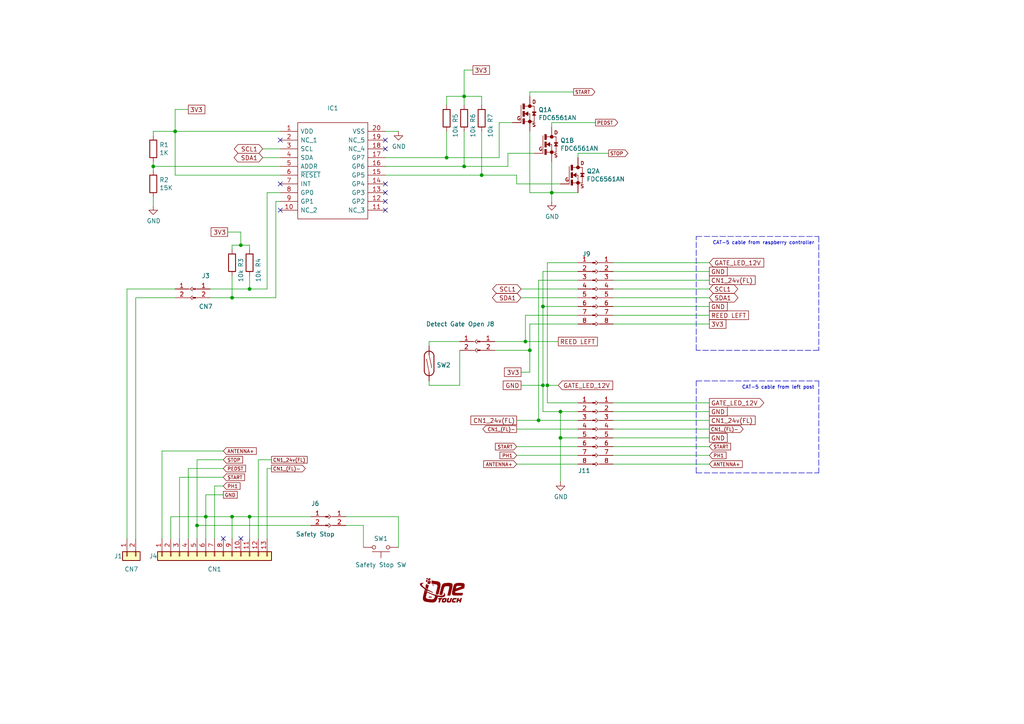
<source format=kicad_sch>
(kicad_sch (version 20211123) (generator eeschema)
  (paper "A4")
  (title_block (rev "2022.1.2") (company "Donie Kelly"))
  (lib_symbols
    (symbol "Connector:Conn_01x02_Female" (pin_names (offset 1.016) hide)
      (property "Reference" "J" (at 0 2.54 0))
      (property "Value" "Conn_01x02_Female" (at 0 -5.08 0))
      (symbol "Conn_01x02_Female_1_1"
        (pin passive line (at -5.08 0 0) (length 3.81) (name "Pin_1") (number "1"))
        (pin passive line (at -5.08 -2.54 0) (length 3.81) (name "Pin_2") (number "2"))
      )
    )
    (symbol "Connector:Conn_01x02_Male" (pin_names (offset 1.016) hide)
      (property "Reference" "J" (at 0 2.54 0))
      (property "Value" "Conn_01x02_Male" (at 0 -5.08 0))
      (symbol "Conn_01x02_Male_1_1"
        (pin passive line (at 5.08 0 180) (length 3.81) (name "Pin_1") (number "1"))
        (pin passive line (at 5.08 -2.54 180) (length 3.81) (name "Pin_2") (number "2"))
      )
    )
    (symbol "Connector:Conn_01x08_Female" (pin_names (offset 1.016) hide)
      (property "Reference" "J" (at 0 10.16 0))
      (property "Value" "Conn_01x08_Female" (at 0 -12.7 0))
      (symbol "Conn_01x08_Female_1_1"
        (pin passive line (at -5.08 7.62 0) (length 3.81) (name "Pin_1") (number "1"))
        (pin passive line (at -5.08 5.08 0) (length 3.81) (name "Pin_2") (number "2"))
        (pin passive line (at -5.08 2.54 0) (length 3.81) (name "Pin_3") (number "3"))
        (pin passive line (at -5.08 0 0) (length 3.81) (name "Pin_4") (number "4"))
        (pin passive line (at -5.08 -2.54 0) (length 3.81) (name "Pin_5") (number "5"))
        (pin passive line (at -5.08 -5.08 0) (length 3.81) (name "Pin_6") (number "6"))
        (pin passive line (at -5.08 -7.62 0) (length 3.81) (name "Pin_7") (number "7"))
        (pin passive line (at -5.08 -10.16 0) (length 3.81) (name "Pin_8") (number "8"))
      )
    )
    (symbol "Connector:Conn_01x08_Male" (pin_names (offset 1.016) hide)
      (property "Reference" "J" (at 0 10.16 0))
      (property "Value" "Conn_01x08_Male" (at 0 -12.7 0))
      (symbol "Conn_01x08_Male_1_1"
        (pin passive line (at 5.08 7.62 180) (length 3.81) (name "Pin_1") (number "1"))
        (pin passive line (at 5.08 5.08 180) (length 3.81) (name "Pin_2") (number "2"))
        (pin passive line (at 5.08 2.54 180) (length 3.81) (name "Pin_3") (number "3"))
        (pin passive line (at 5.08 0 180) (length 3.81) (name "Pin_4") (number "4"))
        (pin passive line (at 5.08 -2.54 180) (length 3.81) (name "Pin_5") (number "5"))
        (pin passive line (at 5.08 -5.08 180) (length 3.81) (name "Pin_6") (number "6"))
        (pin passive line (at 5.08 -7.62 180) (length 3.81) (name "Pin_7") (number "7"))
        (pin passive line (at 5.08 -10.16 180) (length 3.81) (name "Pin_8") (number "8"))
      )
    )
    (symbol "Connector_Generic:Conn_01x02" (pin_names (offset 1.016) hide)
      (property "Reference" "J" (at 0 2.54 0))
      (property "Value" "Conn_01x02" (at 0 -5.08 0))
      (symbol "Conn_01x02_1_1"
        (pin passive line (at -5.08 0 0) (length 3.81) (name "Pin_1") (number "1"))
        (pin passive line (at -5.08 -2.54 0) (length 3.81) (name "Pin_2") (number "2"))
      )
    )
    (symbol "Connector_Generic:Conn_01x13" (pin_names (offset 1.016) hide)
      (property "Reference" "J" (at 0 17.78 0))
      (property "Value" "Conn_01x13" (at 0 -17.78 0))
      (symbol "Conn_01x13_1_1"
        (pin passive line (at -5.08 15.24 0) (length 3.81) (name "Pin_1") (number "1"))
        (pin passive line (at -5.08 -7.62 0) (length 3.81) (name "Pin_10") (number "10"))
        (pin passive line (at -5.08 -10.16 0) (length 3.81) (name "Pin_11") (number "11"))
        (pin passive line (at -5.08 -12.7 0) (length 3.81) (name "Pin_12") (number "12"))
        (pin passive line (at -5.08 -15.24 0) (length 3.81) (name "Pin_13") (number "13"))
        (pin passive line (at -5.08 12.7 0) (length 3.81) (name "Pin_2") (number "2"))
        (pin passive line (at -5.08 10.16 0) (length 3.81) (name "Pin_3") (number "3"))
        (pin passive line (at -5.08 7.62 0) (length 3.81) (name "Pin_4") (number "4"))
        (pin passive line (at -5.08 5.08 0) (length 3.81) (name "Pin_5") (number "5"))
        (pin passive line (at -5.08 2.54 0) (length 3.81) (name "Pin_6") (number "6"))
        (pin passive line (at -5.08 0 0) (length 3.81) (name "Pin_7") (number "7"))
        (pin passive line (at -5.08 -2.54 0) (length 3.81) (name "Pin_8") (number "8"))
        (pin passive line (at -5.08 -5.08 0) (length 3.81) (name "Pin_9") (number "9"))
      )
    )
    (symbol "Device:R" (pin_numbers hide) (pin_names (offset 0))
      (property "Reference" "R" (at 2.032 0 90))
      (property "Value" "R" (at 0 0 90))
      (symbol "R_1_1"
        (pin passive line (at 0 3.81 270) (length 1.27) (name "~") (number "1"))
        (pin passive line (at 0 -3.81 90) (length 1.27) (name "~") (number "2"))
      )
    )
    (symbol "FDC6561AN:FDC6561AN" (pin_numbers hide) (pin_names (offset 1.016) hide)
      (property "Reference" "Q" (at 2.54 0 0))
      (property "Value" "FDC6561AN_FDC6561AN" (at 2.54 -2.54 0))
      (symbol "FDC6561AN_0_0"
        (text "D" (at 0.635 2.8702 0) (effects (font (size 1.016 1.016)) (justify left bottom)))
        (text "D" (at 0.635 2.8702 0) (effects (font (size 1.016 1.016)) (justify left bottom)))
        (text "G" (at -3.81 -1.905 0) (effects (font (size 1.016 1.016)) (justify left bottom)))
        (text "G" (at -3.81 -1.905 0) (effects (font (size 1.016 1.016)) (justify left bottom)))
        (text "S" (at 0.635 -3.81 0) (effects (font (size 1.016 1.016)) (justify left bottom)))
        (text "S" (at 0.635 -3.81 0) (effects (font (size 1.016 1.016)) (justify left bottom)))
      )
      (symbol "FDC6561AN_1_0"
        (pin passive line (at -5.08 -2.54 0) (length 2.54) (name "~") (number "1"))
        (pin passive line (at 0 -5.08 90) (length 2.54) (name "~") (number "5"))
        (pin passive line (at 0 5.08 270) (length 2.54) (name "~") (number "6"))
      )
      (symbol "FDC6561AN_2_0"
        (pin passive line (at 0 -5.08 90) (length 2.54) (name "~") (number "2"))
        (pin passive line (at -5.08 -2.54 0) (length 2.54) (name "~") (number "3"))
        (pin passive line (at 0 5.08 270) (length 2.54) (name "~") (number "4"))
      )
    )
    (symbol "MCP23009-E_SS:MCP23009-E_SS" (pin_names (offset 0.762))
      (property "Reference" "IC" (at 26.67 7.62 0))
      (property "Value" "MCP23009-E_SS_MCP23009-E_SS" (at 26.67 5.08 0))
      (symbol "MCP23009-E_SS_0_0"
        (pin passive line (at 0 0 0) (length 5.08) (name "VDD") (number "1"))
        (pin passive line (at 0 -22.86 0) (length 5.08) (name "NC_2") (number "10"))
        (pin passive line (at 30.48 -22.86 180) (length 5.08) (name "NC_3") (number "11"))
        (pin passive line (at 30.48 -20.32 180) (length 5.08) (name "GP2") (number "12"))
        (pin passive line (at 30.48 -17.78 180) (length 5.08) (name "GP3") (number "13"))
        (pin passive line (at 30.48 -15.24 180) (length 5.08) (name "GP4") (number "14"))
        (pin passive line (at 30.48 -12.7 180) (length 5.08) (name "GP5") (number "15"))
        (pin passive line (at 30.48 -10.16 180) (length 5.08) (name "GP6") (number "16"))
        (pin passive line (at 30.48 -7.62 180) (length 5.08) (name "GP7") (number "17"))
        (pin passive line (at 30.48 -5.08 180) (length 5.08) (name "NC_4") (number "18"))
        (pin passive line (at 30.48 -2.54 180) (length 5.08) (name "NC_5") (number "19"))
        (pin passive line (at 0 -2.54 0) (length 5.08) (name "NC_1") (number "2"))
        (pin passive line (at 30.48 0 180) (length 5.08) (name "VSS") (number "20"))
        (pin passive line (at 0 -5.08 0) (length 5.08) (name "SCL") (number "3"))
        (pin passive line (at 0 -7.62 0) (length 5.08) (name "SDA") (number "4"))
        (pin passive line (at 0 -10.16 0) (length 5.08) (name "ADDR") (number "5"))
        (pin passive line (at 0 -12.7 0) (length 5.08) (name "~{RESET}") (number "6"))
        (pin passive line (at 0 -15.24 0) (length 5.08) (name "INT") (number "7"))
        (pin passive line (at 0 -17.78 0) (length 5.08) (name "GP0") (number "8"))
        (pin passive line (at 0 -20.32 0) (length 5.08) (name "GP1") (number "9"))
      )
    )
    (symbol "Switch:SW_Push" (pin_numbers hide) (pin_names (offset 1.016) hide)
      (property "Reference" "SW" (at 1.27 2.54 0))
      (property "Value" "SW_Push" (at 0 -1.524 0))
      (symbol "SW_Push_0_1"
        (pin passive line (at -5.08 0 0) (length 2.54) (name "1") (number "1"))
        (pin passive line (at 5.08 0 180) (length 2.54) (name "2") (number "2"))
      )
    )
    (symbol "Switch:SW_Reed" (pin_numbers hide) (pin_names (offset 0) hide)
      (property "Reference" "SW" (at 0 2.54 0))
      (property "Value" "SW_Reed" (at 0 -2.54 0))
      (symbol "SW_Reed_1_1"
        (pin passive line (at -5.08 0 0) (length 2.54) (name "1") (number "1"))
        (pin passive line (at 5.08 0 180) (length 2.54) (name "2") (number "2"))
      )
    )
    (symbol "onetouchlogo:LOGO" (pin_names (offset 1.016)))
    (symbol "power:GND" (power) (pin_names (offset 0))
      (property "Value" "GND" (at 0 -3.81 0))
      (symbol "GND_1_1"
        (pin power_in line (at 0 0 270) (length 0) hide (name "GND") (number "1"))
      )
    )
  )
  (junction (at 50.8 38.1))
  (junction (at 139.7 50.8))
  (junction (at 162.56 119.38))
  (junction (at 158.75 111.76))
  (junction (at 134.62 48.26))
  (junction (at 69.85 71.12))
  (junction (at 160.02 55.88))
  (junction (at 153.67 101.6))
  (junction (at 129.54 45.72))
  (junction (at 134.62 27.94))
  (junction (at 152.4 99.06))
  (junction (at 57.15 152.4))
  (junction (at 59.69 149.86))
  (junction (at 72.39 149.86))
  (junction (at 67.31 86.36))
  (junction (at 72.39 83.82))
  (junction (at 67.31 149.86))
  (junction (at 162.56 127))
  (junction (at 44.45 48.26))
  (junction (at 157.48 111.76))
  (junction (at 157.48 88.9))
  (junction (at 156.21 121.92))
  (no_connect (at 111.76 40.64))
  (no_connect (at 111.76 55.88))
  (no_connect (at 81.28 60.96))
  (no_connect (at 81.28 40.64))
  (no_connect (at 111.76 43.18))
  (no_connect (at 64.77 156.21))
  (no_connect (at 69.85 156.21))
  (no_connect (at 111.76 58.42))
  (no_connect (at 111.76 60.96))
  (no_connect (at 81.28 53.34))
  (no_connect (at 111.76 53.34))
  (wire (pts (xy 105.41 158.75) (xy 105.41 152.4)))
  (wire (pts (xy 177.8 127) (xy 205.74 127)))
  (wire (pts (xy 177.8 88.9) (xy 205.74 88.9)))
  (wire (pts (xy 44.45 48.26) (xy 81.28 48.26)))
  (wire (pts (xy 167.64 116.84) (xy 158.75 116.84)))
  (wire (pts (xy 49.53 156.21) (xy 49.53 149.86)))
  (wire (pts (xy 177.8 83.82) (xy 205.74 83.82)))
  (wire (pts (xy 69.85 71.12) (xy 72.39 71.12)))
  (wire (pts (xy 59.69 149.86) (xy 67.31 149.86)))
  (wire (pts (xy 167.64 55.88) (xy 160.02 55.88)))
  (wire (pts (xy 157.48 111.76) (xy 157.48 88.9)))
  (wire (pts (xy 157.48 88.9) (xy 167.64 88.9)))
  (wire (pts (xy 160.02 36.83) (xy 160.02 35.56)))
  (wire (pts (xy 158.75 76.2) (xy 167.64 76.2)))
  (wire (pts (xy 167.64 127) (xy 162.56 127)))
  (wire (pts (xy 111.76 50.8) (xy 139.7 50.8)))
  (wire (pts (xy 50.8 38.1) (xy 50.8 31.75)))
  (wire (pts (xy 162.56 127) (xy 162.56 119.38)))
  (wire (pts (xy 149.86 129.54) (xy 167.64 129.54)))
  (wire (pts (xy 129.54 45.72) (xy 129.54 38.1)))
  (wire (pts (xy 64.77 133.35) (xy 57.15 133.35)))
  (wire (pts (xy 152.4 99.06) (xy 152.4 91.44)))
  (wire (pts (xy 77.47 55.88) (xy 81.28 55.88)))
  (wire (pts (xy 134.62 48.26) (xy 147.32 48.26)))
  (wire (pts (xy 72.39 83.82) (xy 77.47 83.82)))
  (wire (pts (xy 160.02 46.99) (xy 160.02 55.88)))
  (wire (pts (xy 57.15 152.4) (xy 57.15 156.21)))
  (wire (pts (xy 57.15 133.35) (xy 57.15 152.4)))
  (wire (pts (xy 52.07 138.43) (xy 52.07 156.21)))
  (wire (pts (xy 67.31 80.01) (xy 67.31 86.36)))
  (wire (pts (xy 62.23 140.97) (xy 64.77 140.97)))
  (wire (pts (xy 144.78 35.56) (xy 148.59 35.56)))
  (wire (pts (xy 100.33 149.86) (xy 115.57 149.86)))
  (wire (pts (xy 177.8 91.44) (xy 205.74 91.44)))
  (wire (pts (xy 139.7 50.8) (xy 149.86 50.8)))
  (wire (pts (xy 156.21 121.92) (xy 156.21 81.28)))
  (wire (pts (xy 162.56 119.38) (xy 157.48 119.38)))
  (wire (pts (xy 67.31 71.12) (xy 69.85 71.12)))
  (wire (pts (xy 59.69 143.51) (xy 59.69 149.86)))
  (wire (pts (xy 129.54 27.94) (xy 134.62 27.94)))
  (wire (pts (xy 36.83 83.82) (xy 50.8 83.82)))
  (wire (pts (xy 60.96 83.82) (xy 72.39 83.82)))
  (wire (pts (xy 157.48 119.38) (xy 157.48 111.76)))
  (wire (pts (xy 76.2 45.72) (xy 81.28 45.72)))
  (wire (pts (xy 39.37 86.36) (xy 39.37 156.21)))
  (wire (pts (xy 177.8 132.08) (xy 205.74 132.08)))
  (wire (pts (xy 44.45 38.1) (xy 50.8 38.1)))
  (wire (pts (xy 67.31 149.86) (xy 67.31 156.21)))
  (wire (pts (xy 177.8 119.38) (xy 205.74 119.38)))
  (wire (pts (xy 158.75 111.76) (xy 158.75 76.2)))
  (wire (pts (xy 153.67 27.94) (xy 153.67 26.67)))
  (wire (pts (xy 153.67 26.67) (xy 166.37 26.67)))
  (wire (pts (xy 44.45 49.53) (xy 44.45 48.26)))
  (wire (pts (xy 49.53 149.86) (xy 59.69 149.86)))
  (polyline (pts (xy 237.49 110.49) (xy 237.49 137.16)))
  (wire (pts (xy 134.62 27.94) (xy 134.62 30.48)))
  (wire (pts (xy 76.2 43.18) (xy 81.28 43.18)))
  (wire (pts (xy 167.64 121.92) (xy 156.21 121.92)))
  (wire (pts (xy 158.75 111.76) (xy 161.925 111.76)))
  (polyline (pts (xy 201.93 137.16) (xy 237.49 137.16)))
  (wire (pts (xy 152.4 99.06) (xy 161.925 99.06)))
  (wire (pts (xy 177.8 86.36) (xy 205.74 86.36)))
  (wire (pts (xy 36.83 156.21) (xy 36.83 83.82)))
  (wire (pts (xy 147.32 48.26) (xy 147.32 44.45)))
  (wire (pts (xy 54.61 31.75) (xy 50.8 31.75)))
  (wire (pts (xy 74.93 156.21) (xy 74.93 133.35)))
  (wire (pts (xy 151.13 107.95) (xy 153.67 107.95)))
  (wire (pts (xy 167.64 119.38) (xy 162.56 119.38)))
  (wire (pts (xy 151.13 111.76) (xy 157.48 111.76)))
  (wire (pts (xy 151.13 83.82) (xy 167.64 83.82)))
  (wire (pts (xy 157.48 88.9) (xy 157.48 78.74)))
  (polyline (pts (xy 237.49 101.6) (xy 201.93 101.6)))
  (wire (pts (xy 67.31 86.36) (xy 80.01 86.36)))
  (wire (pts (xy 81.28 58.42) (xy 80.01 58.42)))
  (wire (pts (xy 177.8 81.28) (xy 205.74 81.28)))
  (wire (pts (xy 153.67 38.1) (xy 153.67 55.88)))
  (wire (pts (xy 72.39 149.86) (xy 90.17 149.86)))
  (wire (pts (xy 143.51 99.06) (xy 152.4 99.06)))
  (wire (pts (xy 46.99 130.81) (xy 46.99 156.21)))
  (wire (pts (xy 67.31 149.86) (xy 72.39 149.86)))
  (wire (pts (xy 177.8 124.46) (xy 205.74 124.46)))
  (wire (pts (xy 139.7 27.94) (xy 139.7 30.48)))
  (polyline (pts (xy 201.93 137.16) (xy 201.93 110.49)))
  (wire (pts (xy 160.02 35.56) (xy 172.72 35.56)))
  (wire (pts (xy 124.46 99.06) (xy 133.35 99.06)))
  (wire (pts (xy 124.46 100.33) (xy 124.46 99.06)))
  (wire (pts (xy 64.77 138.43) (xy 52.07 138.43)))
  (wire (pts (xy 44.45 48.26) (xy 44.45 46.99)))
  (wire (pts (xy 143.51 101.6) (xy 153.67 101.6)))
  (wire (pts (xy 111.76 48.26) (xy 134.62 48.26)))
  (wire (pts (xy 124.46 111.76) (xy 133.35 111.76)))
  (wire (pts (xy 177.8 116.84) (xy 205.74 116.84)))
  (wire (pts (xy 62.23 156.21) (xy 62.23 140.97)))
  (wire (pts (xy 149.86 124.46) (xy 167.64 124.46)))
  (wire (pts (xy 50.8 50.8) (xy 50.8 38.1)))
  (wire (pts (xy 177.8 93.98) (xy 205.74 93.98)))
  (wire (pts (xy 64.77 143.51) (xy 59.69 143.51)))
  (wire (pts (xy 177.8 134.62) (xy 205.74 134.62)))
  (polyline (pts (xy 201.93 110.49) (xy 237.49 110.49)))
  (polyline (pts (xy 237.49 68.58) (xy 237.49 101.6)))
  (wire (pts (xy 74.93 133.35) (xy 78.74 133.35)))
  (wire (pts (xy 129.54 27.94) (xy 129.54 30.48)))
  (wire (pts (xy 134.62 20.32) (xy 137.16 20.32)))
  (wire (pts (xy 167.64 44.45) (xy 176.53 44.45)))
  (wire (pts (xy 177.8 121.92) (xy 205.74 121.92)))
  (wire (pts (xy 177.8 76.2) (xy 205.74 76.2)))
  (wire (pts (xy 115.57 149.86) (xy 115.57 158.75)))
  (wire (pts (xy 177.8 78.74) (xy 205.74 78.74)))
  (polyline (pts (xy 201.93 68.58) (xy 237.49 68.58)))
  (wire (pts (xy 72.39 72.39) (xy 72.39 71.12)))
  (wire (pts (xy 111.76 38.1) (xy 115.57 38.1)))
  (wire (pts (xy 167.64 45.72) (xy 167.64 44.45)))
  (wire (pts (xy 151.13 86.36) (xy 167.64 86.36)))
  (wire (pts (xy 77.47 83.82) (xy 77.47 55.88)))
  (wire (pts (xy 156.21 81.28) (xy 167.64 81.28)))
  (polyline (pts (xy 201.93 101.6) (xy 201.93 68.58)))
  (wire (pts (xy 149.86 50.8) (xy 149.86 53.34)))
  (wire (pts (xy 124.46 110.49) (xy 124.46 111.76)))
  (wire (pts (xy 134.62 27.94) (xy 139.7 27.94)))
  (wire (pts (xy 160.02 55.88) (xy 153.67 55.88)))
  (wire (pts (xy 160.02 58.42) (xy 160.02 55.88)))
  (wire (pts (xy 44.45 59.69) (xy 44.45 57.15)))
  (wire (pts (xy 134.62 27.94) (xy 134.62 20.32)))
  (wire (pts (xy 177.8 129.54) (xy 205.74 129.54)))
  (wire (pts (xy 64.77 135.89) (xy 54.61 135.89)))
  (wire (pts (xy 129.54 45.72) (xy 144.78 45.72)))
  (wire (pts (xy 134.62 48.26) (xy 134.62 38.1)))
  (wire (pts (xy 152.4 91.44) (xy 167.64 91.44)))
  (wire (pts (xy 67.31 72.39) (xy 67.31 71.12)))
  (wire (pts (xy 149.86 53.34) (xy 162.56 53.34)))
  (wire (pts (xy 50.8 38.1) (xy 81.28 38.1)))
  (wire (pts (xy 144.78 35.56) (xy 144.78 45.72)))
  (wire (pts (xy 57.15 152.4) (xy 90.17 152.4)))
  (wire (pts (xy 50.8 50.8) (xy 81.28 50.8)))
  (wire (pts (xy 149.86 132.08) (xy 167.64 132.08)))
  (wire (pts (xy 133.35 101.6) (xy 133.35 111.76)))
  (wire (pts (xy 153.67 101.6) (xy 153.67 93.98)))
  (wire (pts (xy 162.56 127) (xy 162.56 139.7)))
  (wire (pts (xy 66.04 67.31) (xy 69.85 67.31)))
  (wire (pts (xy 153.67 93.98) (xy 167.64 93.98)))
  (wire (pts (xy 59.69 149.86) (xy 59.69 156.21)))
  (wire (pts (xy 69.85 67.31) (xy 69.85 71.12)))
  (wire (pts (xy 72.39 80.01) (xy 72.39 83.82)))
  (wire (pts (xy 111.76 45.72) (xy 129.54 45.72)))
  (wire (pts (xy 72.39 149.86) (xy 72.39 156.21)))
  (wire (pts (xy 54.61 135.89) (xy 54.61 156.21)))
  (wire (pts (xy 64.77 130.81) (xy 46.99 130.81)))
  (wire (pts (xy 147.32 44.45) (xy 154.94 44.45)))
  (wire (pts (xy 158.75 116.84) (xy 158.75 111.76)))
  (wire (pts (xy 77.47 135.89) (xy 78.74 135.89)))
  (wire (pts (xy 157.48 78.74) (xy 167.64 78.74)))
  (wire (pts (xy 80.01 58.42) (xy 80.01 86.36)))
  (wire (pts (xy 44.45 39.37) (xy 44.45 38.1)))
  (wire (pts (xy 149.86 134.62) (xy 167.64 134.62)))
  (wire (pts (xy 60.96 86.36) (xy 67.31 86.36)))
  (wire (pts (xy 39.37 86.36) (xy 50.8 86.36)))
  (wire (pts (xy 149.86 121.92) (xy 156.21 121.92)))
  (wire (pts (xy 105.41 152.4) (xy 100.33 152.4)))
  (wire (pts (xy 153.67 101.6) (xy 153.67 107.95)))
  (wire (pts (xy 139.7 38.1) (xy 139.7 50.8)))
  (wire (pts (xy 77.47 156.21) (xy 77.47 135.89)))
  (text "CAT-5 cable from raspberry controller" (at 236.22 71.12 180) (effects (font (size 0.9906 0.9906)) (justify right bottom)))
  (text "CAT-5 cable from left post" (at 236.22 113.03 180) (effects (font (size 0.9906 0.9906)) (justify right bottom)))
  (global_label "SCL1" (shape bidirectional) (at 205.74 83.82 0) (property "Intersheet References" "${INTERSHEET_REFS}" (effects hide)))
  (global_label "PEDST" (shape input) (at 64.77 135.89 0) (effects (font (size 0.9906 0.9906))) (property "Intersheet References" "${INTERSHEET_REFS}" (effects hide)))
  (global_label "PH1" (shape input) (at 149.86 132.08 180) (effects (font (size 0.9906 0.9906))) (property "Intersheet References" "${INTERSHEET_REFS}" (effects hide)))
  (global_label "SDA1" (shape bidirectional) (at 205.74 86.36 0) (property "Intersheet References" "${INTERSHEET_REFS}" (effects hide)))
  (global_label "GATE_LED_12V" (shape input) (at 161.925 111.76 0) (property "Intersheet References" "${INTERSHEET_REFS}" (effects hide)))
  (global_label "3V3" (shape passive) (at 205.74 93.98 0) (property "Intersheet References" "${INTERSHEET_REFS}" (effects hide)))
  (global_label "3V3" (shape passive) (at 151.13 107.95 180) (property "Intersheet References" "${INTERSHEET_REFS}" (effects hide)))
  (global_label "CN1_(FL)-" (shape output) (at 149.86 124.46 180) (effects (font (size 0.9906 0.9906))) (property "Intersheet References" "${INTERSHEET_REFS}" (effects hide)))
  (global_label "START" (shape input) (at 205.74 129.54 0) (effects (font (size 0.9906 0.9906))) (property "Intersheet References" "${INTERSHEET_REFS}" (effects hide)))
  (global_label "PEDST" (shape output) (at 172.72 35.56 0) (effects (font (size 0.9906 0.9906))) (property "Intersheet References" "${INTERSHEET_REFS}" (effects hide)))
  (global_label "STOP" (shape input) (at 64.77 133.35 0) (effects (font (size 0.9906 0.9906))) (property "Intersheet References" "${INTERSHEET_REFS}" (effects hide)))
  (global_label "SDA1" (shape bidirectional) (at 76.2 45.72 180) (property "Intersheet References" "${INTERSHEET_REFS}" (effects hide)))
  (global_label "REED LEFT" (shape passive) (at 205.74 91.44 0) (property "Intersheet References" "${INTERSHEET_REFS}" (effects hide)))
  (global_label "ANTENNA+" (shape input) (at 205.74 134.62 0) (effects (font (size 0.9906 0.9906))) (property "Intersheet References" "${INTERSHEET_REFS}" (effects hide)))
  (global_label "CN1_(FL)-" (shape output) (at 205.74 124.46 0) (effects (font (size 0.9906 0.9906))) (property "Intersheet References" "${INTERSHEET_REFS}" (effects hide)))
  (global_label "GND" (shape passive) (at 151.13 111.76 180) (property "Intersheet References" "${INTERSHEET_REFS}" (effects hide)))
  (global_label "GND" (shape passive) (at 205.74 88.9 0) (property "Intersheet References" "${INTERSHEET_REFS}" (effects hide)))
  (global_label "PH1" (shape input) (at 64.77 140.97 0) (effects (font (size 0.9906 0.9906))) (property "Intersheet References" "${INTERSHEET_REFS}" (effects hide)))
  (global_label "REED LEFT" (shape passive) (at 161.925 99.06 0) (property "Intersheet References" "${INTERSHEET_REFS}" (effects hide)))
  (global_label "PH1" (shape input) (at 205.74 132.08 0) (effects (font (size 0.9906 0.9906))) (property "Intersheet References" "${INTERSHEET_REFS}" (effects hide)))
  (global_label "GND" (shape passive) (at 205.74 78.74 0) (property "Intersheet References" "${INTERSHEET_REFS}" (effects hide)))
  (global_label "STOP" (shape output) (at 176.53 44.45 0) (effects (font (size 0.9906 0.9906))) (property "Intersheet References" "${INTERSHEET_REFS}" (effects hide)))
  (global_label "ANTENNA+" (shape input) (at 149.86 134.62 180) (effects (font (size 0.9906 0.9906))) (property "Intersheet References" "${INTERSHEET_REFS}" (effects hide)))
  (global_label "CN1_24v(FL)" (shape passive) (at 149.86 121.92 180) (property "Intersheet References" "${INTERSHEET_REFS}" (effects hide)))
  (global_label "3V3" (shape passive) (at 54.61 31.75 0) (property "Intersheet References" "${INTERSHEET_REFS}" (effects hide)))
  (global_label "CN1_(FL)-" (shape output) (at 78.74 135.89 0) (effects (font (size 0.9906 0.9906))) (property "Intersheet References" "${INTERSHEET_REFS}" (effects hide)))
  (global_label "ANTENNA+" (shape input) (at 64.77 130.81 0) (effects (font (size 0.9906 0.9906))) (property "Intersheet References" "${INTERSHEET_REFS}" (effects hide)))
  (global_label "START" (shape input) (at 64.77 138.43 0) (effects (font (size 0.9906 0.9906))) (property "Intersheet References" "${INTERSHEET_REFS}" (effects hide)))
  (global_label "CN1_24v(FL)" (shape passive) (at 205.74 121.92 0) (property "Intersheet References" "${INTERSHEET_REFS}" (effects hide)))
  (global_label "CN1_24v(FL)" (shape passive) (at 78.74 133.35 0) (effects (font (size 0.9906 0.9906))) (property "Intersheet References" "${INTERSHEET_REFS}" (effects hide)))
  (global_label "SDA1" (shape bidirectional) (at 151.13 86.36 180) (property "Intersheet References" "${INTERSHEET_REFS}" (effects hide)))
  (global_label "3V3" (shape passive) (at 66.04 67.31 180) (property "Intersheet References" "${INTERSHEET_REFS}" (effects hide)))
  (global_label "START" (shape input) (at 149.86 129.54 180) (effects (font (size 0.9906 0.9906))) (property "Intersheet References" "${INTERSHEET_REFS}" (effects hide)))
  (global_label "GND" (shape passive) (at 64.77 143.51 0) (effects (font (size 0.9906 0.9906))) (property "Intersheet References" "${INTERSHEET_REFS}" (effects hide)))
  (global_label "GND" (shape passive) (at 205.74 119.38 0) (property "Intersheet References" "${INTERSHEET_REFS}" (effects hide)))
  (global_label "SCL1" (shape bidirectional) (at 76.2 43.18 180) (property "Intersheet References" "${INTERSHEET_REFS}" (effects hide)))
  (global_label "START" (shape output) (at 166.37 26.67 0) (effects (font (size 0.9906 0.9906))) (property "Intersheet References" "${INTERSHEET_REFS}" (effects hide)))
  (global_label "3V3" (shape passive) (at 137.16 20.32 0) (property "Intersheet References" "${INTERSHEET_REFS}" (effects hide)))
  (global_label "SCL1" (shape bidirectional) (at 151.13 83.82 180) (property "Intersheet References" "${INTERSHEET_REFS}" (effects hide)))
  (global_label "CN1_24v(FL)" (shape passive) (at 205.74 81.28 0) (property "Intersheet References" "${INTERSHEET_REFS}" (effects hide)))
  (global_label "GND" (shape passive) (at 205.74 127 0) (property "Intersheet References" "${INTERSHEET_REFS}" (effects hide)))
  (global_label "GATE_LED_12V" (shape output) (at 205.74 116.84 0) (property "Intersheet References" "${INTERSHEET_REFS}" (effects hide)))
  (global_label "GATE_LED_12V" (shape input) (at 205.74 76.2 0) (property "Intersheet References" "${INTERSHEET_REFS}" (effects hide)))
  (symbol (lib_id "Device:R") (at 44.45 43.18 0) (unit 1)
    (property "Reference" "R1" (at 46.228 42.0116 0) (effects (justify left)))
    (property "Value" "1K" (at 46.228 44.323 0) (effects (justify left)))
    (property "Footprint" "Resistor_SMD:R_1206_3216Metric" (effects hide))
  )
  (symbol (lib_id "power:GND") (at 162.56 139.7 0) (unit 1)
    (property "Reference" "#PWR04" (effects hide))
    (property "Value" "GND" (at 162.687 144.0942 0))
  )
  (symbol (lib_id "Connector:Conn_01x02_Female") (at 55.88 83.82 0) (unit 1) (on_board no)
    (property "Reference" "J2" (effects hide))
    (property "Value" "Conn_01x04_Female" (effects hide))
  )
  (symbol (lib_id "Connector:Conn_01x08_Male") (at 172.72 124.46 0) (mirror y) (unit 1)
    (property "Reference" "J11" (at 167.64 136.525 0) (effects (justify right)))
    (property "Value" "Left Post" (effects hide))
    (property "Footprint" "Connector_JST:JST_XH_PinSWAP" (effects hide))
  )
  (symbol (lib_id "Connector:Conn_01x02_Male") (at 55.88 83.82 0) (unit 1)
    (property "Reference" "J3" (at 59.69 80.01 0))
    (property "Value" "CN7" (at 59.69 88.9 0))
    (property "Footprint" "Connector_JST:JST_EH_S2B-EH_1x02_P2.50mm_Horizontal" (effects hide))
  )
  (symbol (lib_id "Connector:Conn_01x02_Female") (at 95.25 149.86 0) (mirror y) (unit 1) (on_board no)
    (property "Reference" "J5" (effects hide))
    (property "Value" "Conn_01x04_Female" (effects hide))
  )
  (symbol (lib_id "Connector:Conn_01x02_Female") (at 138.43 99.06 0) (unit 1) (on_board no)
    (property "Reference" "J7" (effects hide))
    (property "Value" "Conn_01x02_Female" (effects hide))
  )
  (symbol (lib_id "power:GND") (at 44.45 59.69 0) (unit 1)
    (property "Reference" "#PWR01" (effects hide))
    (property "Value" "GND" (at 44.577 64.0842 0))
  )
  (symbol (lib_id "Device:R") (at 67.31 76.2 0) (mirror x) (unit 1)
    (property "Reference" "R3" (at 69.85 76.2 90))
    (property "Value" "10k" (at 69.85 80.01 90))
    (property "Footprint" "Resistor_SMD:R_1206_3216Metric" (effects hide))
  )
  (symbol (lib_id "Connector:Conn_01x08_Male") (at 172.72 83.82 0) (mirror y) (unit 1)
    (property "Reference" "J9" (at 168.91 73.66 0) (effects (justify right)))
    (property "Value" "Raspberry Controller" (effects hide))
    (property "Footprint" "Connector_JST:JST_XH_PinSWAP" (effects hide))
  )
  (symbol (lib_id "Device:R") (at 134.62 34.29 0) (mirror x) (unit 1)
    (property "Reference" "R6" (at 137.16 34.29 90))
    (property "Value" "10k" (at 137.16 38.1 90))
    (property "Footprint" "Resistor_SMD:R_1206_3216Metric" (effects hide))
  )
  (symbol (lib_id "Device:R") (at 139.7 34.29 0) (mirror x) (unit 1)
    (property "Reference" "R7" (at 142.24 34.29 90))
    (property "Value" "10k" (at 142.24 38.1 90))
    (property "Footprint" "Resistor_SMD:R_1206_3216Metric" (effects hide))
  )
  (symbol (lib_id "FDC6561AN:FDC6561AN") (at 153.67 33.02 0) (unit 1)
    (property "Reference" "Q1" (at 156.1592 31.8516 0) (effects (justify left)))
    (property "Value" "FDC6561AN" (at 156.1592 34.163 0) (effects (justify left)))
    (property "Footprint" "FDC6561AN:SSOT-6" (effects hide))
  )
  (symbol (lib_id "Switch:SW_Reed") (at 124.46 105.41 270) (unit 1) (on_board no)
    (property "Reference" "SW2" (at 126.619 105.889 90) (effects (justify left)))
    (property "Value" "SW_Reed" (effects hide))
  )
  (symbol (lib_id "Connector_Generic:Conn_01x02") (at 36.83 161.29 90) (mirror x) (unit 1) (on_board no)
    (property "Reference" "J1" (at 34.29 161.29 90))
    (property "Value" "CN7" (at 38.1 165.1 90))
    (property "Footprint" "TerminalBlock:TerminalBlock_bornier-2_P5.08mm" (effects hide))
  )
  (symbol (lib_id "Connector:Conn_01x08_Female") (at 172.72 124.46 0) (mirror y) (unit 1) (on_board no)
    (property "Reference" "J12" (effects hide))
    (property "Value" "Conn_01x08_Female" (effects hide))
  )
  (symbol (lib_id "power:GND") (at 115.57 38.1 0) (unit 1)
    (property "Reference" "#PWR02" (effects hide))
    (property "Value" "GND" (at 115.697 42.4942 0))
  )
  (symbol (lib_id "Device:R") (at 72.39 76.2 0) (mirror x) (unit 1)
    (property "Reference" "R4" (at 74.93 76.2 90))
    (property "Value" "10k" (at 74.93 80.01 90))
    (property "Footprint" "Resistor_SMD:R_1206_3216Metric" (effects hide))
  )
  (symbol (lib_id "FDC6561AN:FDC6561AN") (at 167.64 50.8 0) (unit 1)
    (property "Reference" "Q2" (at 170.1292 49.6316 0) (effects (justify left)))
    (property "Value" "FDC6561AN" (at 170.1292 51.943 0) (effects (justify left)))
    (property "Footprint" "FDC6561AN:SSOT-6" (effects hide))
  )
  (symbol (lib_id "Connector_Generic:Conn_01x13") (at 62.23 161.29 90) (mirror x) (unit 1)
    (property "Reference" "J4" (at 44.45 161.29 90))
    (property "Value" "CN1" (at 62.23 165.1 90))
    (property "Footprint" "Connector:Gate_Connector_2022" (effects hide))
  )
  (symbol (lib_id "Connector:Conn_01x02_Male") (at 95.25 149.86 0) (mirror y) (unit 1)
    (property "Reference" "J6" (at 91.44 146.05 0))
    (property "Value" "Safety Stop" (at 91.44 154.94 0))
    (property "Footprint" "Connector_JST:JST_EH_S2B-EH_1x02_P2.50mm_Horizontal" (effects hide))
  )
  (symbol (lib_id "FDC6561AN:FDC6561AN") (at 160.02 41.91 0) (unit 2)
    (property "Reference" "Q1" (at 162.5092 40.7416 0) (effects (justify left)))
    (property "Value" "FDC6561AN" (at 162.5092 43.053 0) (effects (justify left)))
    (property "Footprint" "FDC6561AN:SSOT-6" (effects hide))
  )
  (symbol (lib_id "Connector:Conn_01x02_Male") (at 138.43 99.06 0) (unit 1)
    (property "Reference" "J8" (at 142.24 93.98 0))
    (property "Value" "Detect Gate Open" (at 132.08 93.98 0))
    (property "Footprint" "Connector_JST:JST_EH_S2B-EH_1x02_P2.50mm_Horizontal" (effects hide))
  )
  (symbol (lib_id "Connector:Conn_01x08_Female") (at 172.72 83.82 0) (mirror y) (unit 1) (on_board no)
    (property "Reference" "J10" (effects hide))
    (property "Value" "Conn_01x08_Female" (effects hide))
  )
  (symbol (lib_id "Device:R") (at 129.54 34.29 0) (mirror x) (unit 1)
    (property "Reference" "R5" (at 132.08 34.29 90))
    (property "Value" "10k" (at 132.08 38.1 90))
    (property "Footprint" "Resistor_SMD:R_1206_3216Metric" (effects hide))
  )
  (symbol (lib_id "Device:R") (at 44.45 53.34 0) (unit 1)
    (property "Reference" "R2" (at 46.228 52.1716 0) (effects (justify left)))
    (property "Value" "15K" (at 46.228 54.483 0) (effects (justify left)))
    (property "Footprint" "Resistor_SMD:R_1206_3216Metric" (effects hide))
  )
  (symbol (lib_id "onetouchlogo:LOGO") (at 128.27 171.45 0) (unit 1)
    (property "Reference" "G1" (effects hide))
    (property "Value" "LOGO" (effects hide))
    (property "Footprint" "OneTouch_Logo:onetouchlogo" (effects hide))
  )
  (symbol (lib_id "MCP23009-E_SS:MCP23009-E_SS") (at 81.28 38.1 0) (unit 1)
    (property "Reference" "IC1" (at 96.52 31.369 0))
    (property "Value" "MCP23009-E_SS" (effects hide))
    (property "Footprint" "MCP23009-E_SS:SOP65P780X200-20N" (effects hide))
    (property "Datasheet" "http://ww1.microchip.com/downloads/en/DeviceDoc/20002121C.pdf" (effects hide))
    (property "Description" "Microchip MCP23009-E/SS, 8-channel 8bit I/O Expander 3.4MHz, I2C, 20-Pin SSOP" (effects hide))
    (property "Height" "2" (effects hide))
    (property "Manufacturer_Name" "Microchip" (effects hide))
    (property "Manufacturer_Part_Number" "MCP23009-E/SS" (effects hide))
    (property "Mouser Part Number" "579-MCP23009-E/SS" (effects hide))
    (property "Mouser Price/Stock" "https://www.mouser.co.uk/ProductDetail/Microchip-Technology/MCP23009-E-SS/?qs=WqWCsLCZBkoSJmmWr%252BjI%2FA%3D%3D" (effects hide))
    (property "Arrow Part Number" "MCP23009-E/SS" (effects hide))
    (property "Arrow Price/Stock" "https://www.arrow.com/en/products/mcp23009-ess/microchip-technology" (effects hide))
  )
  (symbol (lib_id "power:GND") (at 160.02 58.42 0) (unit 1)
    (property "Reference" "#PWR03" (effects hide))
    (property "Value" "GND" (at 160.147 62.8142 0))
  )
  (symbol (lib_id "Switch:SW_Push") (at 110.49 158.75 0) (mirror x) (unit 1) (on_board no)
    (property "Reference" "SW1" (at 110.49 156.21 0))
    (property "Value" "Safety Stop SW" (at 110.49 163.83 0))
  )
)
</source>
